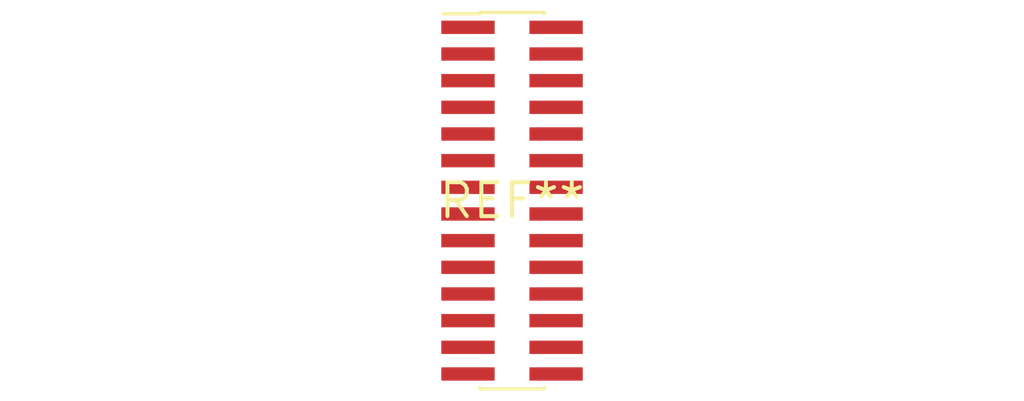
<source format=kicad_pcb>
(kicad_pcb (version 20240108) (generator pcbnew)
  (layers (0 "F.Cu" signal) (31 "B.Cu" signal) (34 "B.Paste" user) (35 "F.Paste" user) (36 "B.SilkS" user "B.Silkscreen") (37 "F.SilkS" user "F.Silkscreen") (38 "B.Mask" user) (39 "F.Mask" user) (44 "Edge.Cuts" user))
  (net 0 "")
  (footprint "PinHeader_2x14_P1.00mm_Vertical_SMD" (layer "F.Cu") (at 0 0)
    (property "Reference" "REF**")
    (property "Value" "PinHeader_2x14_P1.00mm_Vertical_SMD")
    (fp_line (start -2.59 -7.01) (end -1.21 -7.01) (layer "F.SilkS") (stroke (width 0.12)))
    (fp_line (start -1.21 -7.06) (end -1.21 -7.01) (layer "F.SilkS") (stroke (width 0.12)))
    (fp_line (start -1.21 -7.06) (end 1.21 -7.06) (layer "F.SilkS") (stroke (width 0.12)))
    (fp_line (start -1.21 7.01) (end -1.21 7.06) (layer "F.SilkS") (stroke (width 0.12)))
    (fp_line (start -1.21 7.06) (end 1.21 7.06) (layer "F.SilkS") (stroke (width 0.12)))
    (fp_line (start 1.21 -7.06) (end 1.21 -7.01) (layer "F.SilkS") (stroke (width 0.12)))
    (fp_line (start 1.21 7.01) (end 1.21 7.06) (layer "F.SilkS") (stroke (width 0.12)))
    (pad "1" smd rect (at -1.65 -6.5) (size 2 0.5) (layers "F.Cu" "F.Paste" "F.Mask"))
    (pad "2" smd rect (at 1.65 -6.5) (size 2 0.5) (layers "F.Cu" "F.Paste" "F.Mask"))
    (pad "3" smd rect (at -1.65 -5.5) (size 2 0.5) (layers "F.Cu" "F.Paste" "F.Mask"))
    (pad "4" smd rect (at 1.65 -5.5) (size 2 0.5) (layers "F.Cu" "F.Paste" "F.Mask"))
    (pad "5" smd rect (at -1.65 -4.5) (size 2 0.5) (layers "F.Cu" "F.Paste" "F.Mask"))
    (pad "6" smd rect (at 1.65 -4.5) (size 2 0.5) (layers "F.Cu" "F.Paste" "F.Mask"))
    (pad "7" smd rect (at -1.65 -3.5) (size 2 0.5) (layers "F.Cu" "F.Paste" "F.Mask"))
    (pad "8" smd rect (at 1.65 -3.5) (size 2 0.5) (layers "F.Cu" "F.Paste" "F.Mask"))
    (pad "9" smd rect (at -1.65 -2.5) (size 2 0.5) (layers "F.Cu" "F.Paste" "F.Mask"))
    (pad "10" smd rect (at 1.65 -2.5) (size 2 0.5) (layers "F.Cu" "F.Paste" "F.Mask"))
    (pad "11" smd rect (at -1.65 -1.5) (size 2 0.5) (layers "F.Cu" "F.Paste" "F.Mask"))
    (pad "12" smd rect (at 1.65 -1.5) (size 2 0.5) (layers "F.Cu" "F.Paste" "F.Mask"))
    (pad "13" smd rect (at -1.65 -0.5) (size 2 0.5) (layers "F.Cu" "F.Paste" "F.Mask"))
    (pad "14" smd rect (at 1.65 -0.5) (size 2 0.5) (layers "F.Cu" "F.Paste" "F.Mask"))
    (pad "15" smd rect (at -1.65 0.5) (size 2 0.5) (layers "F.Cu" "F.Paste" "F.Mask"))
    (pad "16" smd rect (at 1.65 0.5) (size 2 0.5) (layers "F.Cu" "F.Paste" "F.Mask"))
    (pad "17" smd rect (at -1.65 1.5) (size 2 0.5) (layers "F.Cu" "F.Paste" "F.Mask"))
    (pad "18" smd rect (at 1.65 1.5) (size 2 0.5) (layers "F.Cu" "F.Paste" "F.Mask"))
    (pad "19" smd rect (at -1.65 2.5) (size 2 0.5) (layers "F.Cu" "F.Paste" "F.Mask"))
    (pad "20" smd rect (at 1.65 2.5) (size 2 0.5) (layers "F.Cu" "F.Paste" "F.Mask"))
    (pad "21" smd rect (at -1.65 3.5) (size 2 0.5) (layers "F.Cu" "F.Paste" "F.Mask"))
    (pad "22" smd rect (at 1.65 3.5) (size 2 0.5) (layers "F.Cu" "F.Paste" "F.Mask"))
    (pad "23" smd rect (at -1.65 4.5) (size 2 0.5) (layers "F.Cu" "F.Paste" "F.Mask"))
    (pad "24" smd rect (at 1.65 4.5) (size 2 0.5) (layers "F.Cu" "F.Paste" "F.Mask"))
    (pad "25" smd rect (at -1.65 5.5) (size 2 0.5) (layers "F.Cu" "F.Paste" "F.Mask"))
    (pad "26" smd rect (at 1.65 5.5) (size 2 0.5) (layers "F.Cu" "F.Paste" "F.Mask"))
    (pad "27" smd rect (at -1.65 6.5) (size 2 0.5) (layers "F.Cu" "F.Paste" "F.Mask"))
    (pad "28" smd rect (at 1.65 6.5) (size 2 0.5) (layers "F.Cu" "F.Paste" "F.Mask"))
  )
)
</source>
